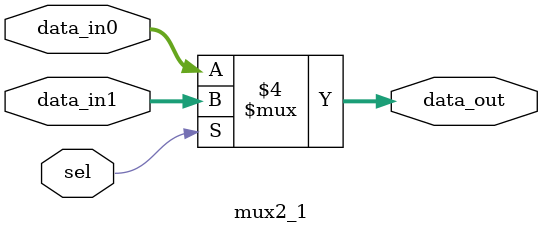
<source format=sv>
module mux2_1 #(
parameter WIDTH = 8)
  ( 
    input logic [WIDTH-1:0] data_in0,
    input logic [WIDTH-1:0] data_in1,
    input logic sel,
    output logic [WIDTH-1:0] data_out
  );
  always_comb begin
    
    if(!sel) data_out = data_in0;
    else data_out = data_in1;
    
  end
endmodule
</source>
